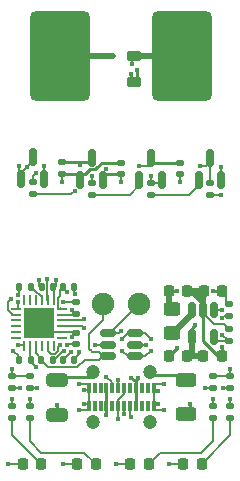
<source format=gbr>
%TF.GenerationSoftware,KiCad,Pcbnew,(6.0.9)*%
%TF.CreationDate,2022-12-23T14:19:27+01:00*%
%TF.ProjectId,Gigaset-Debug-Adapter,47696761-7365-4742-9d44-656275672d41,rev?*%
%TF.SameCoordinates,Original*%
%TF.FileFunction,Copper,L1,Top*%
%TF.FilePolarity,Positive*%
%FSLAX46Y46*%
G04 Gerber Fmt 4.6, Leading zero omitted, Abs format (unit mm)*
G04 Created by KiCad (PCBNEW (6.0.9)) date 2022-12-23 14:19:27*
%MOMM*%
%LPD*%
G01*
G04 APERTURE LIST*
G04 Aperture macros list*
%AMRoundRect*
0 Rectangle with rounded corners*
0 $1 Rounding radius*
0 $2 $3 $4 $5 $6 $7 $8 $9 X,Y pos of 4 corners*
0 Add a 4 corners polygon primitive as box body*
4,1,4,$2,$3,$4,$5,$6,$7,$8,$9,$2,$3,0*
0 Add four circle primitives for the rounded corners*
1,1,$1+$1,$2,$3*
1,1,$1+$1,$4,$5*
1,1,$1+$1,$6,$7*
1,1,$1+$1,$8,$9*
0 Add four rect primitives between the rounded corners*
20,1,$1+$1,$2,$3,$4,$5,0*
20,1,$1+$1,$4,$5,$6,$7,0*
20,1,$1+$1,$6,$7,$8,$9,0*
20,1,$1+$1,$8,$9,$2,$3,0*%
G04 Aperture macros list end*
%TA.AperFunction,SMDPad,CuDef*%
%ADD10RoundRect,0.508000X-2.032000X3.302000X-2.032000X-3.302000X2.032000X-3.302000X2.032000X3.302000X0*%
%TD*%
%TA.AperFunction,SMDPad,CuDef*%
%ADD11RoundRect,0.062500X0.350000X0.062500X-0.350000X0.062500X-0.350000X-0.062500X0.350000X-0.062500X0*%
%TD*%
%TA.AperFunction,SMDPad,CuDef*%
%ADD12RoundRect,0.062500X0.062500X0.350000X-0.062500X0.350000X-0.062500X-0.350000X0.062500X-0.350000X0*%
%TD*%
%TA.AperFunction,SMDPad,CuDef*%
%ADD13R,2.600000X2.600000*%
%TD*%
%TA.AperFunction,SMDPad,CuDef*%
%ADD14RoundRect,0.150000X-0.150000X0.512500X-0.150000X-0.512500X0.150000X-0.512500X0.150000X0.512500X0*%
%TD*%
%TA.AperFunction,SMDPad,CuDef*%
%ADD15RoundRect,0.225000X-0.225000X-0.250000X0.225000X-0.250000X0.225000X0.250000X-0.225000X0.250000X0*%
%TD*%
%TA.AperFunction,SMDPad,CuDef*%
%ADD16RoundRect,0.135000X0.185000X-0.135000X0.185000X0.135000X-0.185000X0.135000X-0.185000X-0.135000X0*%
%TD*%
%TA.AperFunction,SMDPad,CuDef*%
%ADD17RoundRect,0.140000X-0.170000X0.140000X-0.170000X-0.140000X0.170000X-0.140000X0.170000X0.140000X0*%
%TD*%
%TA.AperFunction,SMDPad,CuDef*%
%ADD18RoundRect,0.135000X-0.185000X0.135000X-0.185000X-0.135000X0.185000X-0.135000X0.185000X0.135000X0*%
%TD*%
%TA.AperFunction,SMDPad,CuDef*%
%ADD19RoundRect,0.218750X-0.381250X0.218750X-0.381250X-0.218750X0.381250X-0.218750X0.381250X0.218750X0*%
%TD*%
%TA.AperFunction,SMDPad,CuDef*%
%ADD20RoundRect,0.140000X0.170000X-0.140000X0.170000X0.140000X-0.170000X0.140000X-0.170000X-0.140000X0*%
%TD*%
%TA.AperFunction,SMDPad,CuDef*%
%ADD21RoundRect,0.140000X-0.140000X-0.170000X0.140000X-0.170000X0.140000X0.170000X-0.140000X0.170000X0*%
%TD*%
%TA.AperFunction,SMDPad,CuDef*%
%ADD22RoundRect,0.225000X0.225000X0.250000X-0.225000X0.250000X-0.225000X-0.250000X0.225000X-0.250000X0*%
%TD*%
%TA.AperFunction,ComponentPad*%
%ADD23C,1.900000*%
%TD*%
%TA.AperFunction,SMDPad,CuDef*%
%ADD24RoundRect,0.218750X-0.218750X-0.256250X0.218750X-0.256250X0.218750X0.256250X-0.218750X0.256250X0*%
%TD*%
%TA.AperFunction,SMDPad,CuDef*%
%ADD25RoundRect,0.150000X0.150000X-0.587500X0.150000X0.587500X-0.150000X0.587500X-0.150000X-0.587500X0*%
%TD*%
%TA.AperFunction,SMDPad,CuDef*%
%ADD26RoundRect,0.135000X-0.135000X-0.185000X0.135000X-0.185000X0.135000X0.185000X-0.135000X0.185000X0*%
%TD*%
%TA.AperFunction,SMDPad,CuDef*%
%ADD27RoundRect,0.150000X-0.512500X-0.150000X0.512500X-0.150000X0.512500X0.150000X-0.512500X0.150000X0*%
%TD*%
%TA.AperFunction,SMDPad,CuDef*%
%ADD28RoundRect,0.140000X0.140000X0.170000X-0.140000X0.170000X-0.140000X-0.170000X0.140000X-0.170000X0*%
%TD*%
%TA.AperFunction,SMDPad,CuDef*%
%ADD29RoundRect,0.250000X0.625000X-0.312500X0.625000X0.312500X-0.625000X0.312500X-0.625000X-0.312500X0*%
%TD*%
%TA.AperFunction,SMDPad,CuDef*%
%ADD30RoundRect,0.135000X0.135000X0.185000X-0.135000X0.185000X-0.135000X-0.185000X0.135000X-0.185000X0*%
%TD*%
%TA.AperFunction,SMDPad,CuDef*%
%ADD31R,0.300000X0.900000*%
%TD*%
%TA.AperFunction,ComponentPad*%
%ADD32C,1.200000*%
%TD*%
%TA.AperFunction,SMDPad,CuDef*%
%ADD33RoundRect,0.250000X0.450000X-0.325000X0.450000X0.325000X-0.450000X0.325000X-0.450000X-0.325000X0*%
%TD*%
%TA.AperFunction,SMDPad,CuDef*%
%ADD34RoundRect,0.250000X0.650000X-0.325000X0.650000X0.325000X-0.650000X0.325000X-0.650000X-0.325000X0*%
%TD*%
%TA.AperFunction,ViaPad*%
%ADD35C,0.450000*%
%TD*%
%TA.AperFunction,Conductor*%
%ADD36C,0.127000*%
%TD*%
%TA.AperFunction,Conductor*%
%ADD37C,0.500000*%
%TD*%
%TA.AperFunction,Conductor*%
%ADD38C,0.254000*%
%TD*%
G04 APERTURE END LIST*
D10*
%TO.P,TP3,1,1*%
%TO.N,+3V0*%
X86220000Y-46600000D03*
%TD*%
D11*
%TO.P,U1,1,~{RI}/CLK*%
%TO.N,unconnected-(U1-Pad1)*%
X76037500Y-70450000D03*
%TO.P,U1,2,GND*%
%TO.N,GND*%
X76037500Y-69950000D03*
%TO.P,U1,3,D+*%
%TO.N,/D+*%
X76037500Y-69450000D03*
%TO.P,U1,4,D-*%
%TO.N,/D-*%
X76037500Y-68950000D03*
%TO.P,U1,5,VIO*%
%TO.N,+1V8*%
X76037500Y-68450000D03*
%TO.P,U1,6,VDD*%
%TO.N,+3V3*%
X76037500Y-67950000D03*
D12*
%TO.P,U1,7,VREGIN*%
%TO.N,VBUS*%
X75350000Y-67262500D03*
%TO.P,U1,8,VBUS*%
%TO.N,Net-(R2-Pad1)*%
X74850000Y-67262500D03*
%TO.P,U1,9,~{RST}*%
%TO.N,Net-(R6-Pad1)*%
X74350000Y-67262500D03*
%TO.P,U1,10,NC*%
%TO.N,unconnected-(U1-Pad10)*%
X73850000Y-67262500D03*
%TO.P,U1,11,~{WAKEUP}/GPIO.3*%
%TO.N,unconnected-(U1-Pad11)*%
X73350000Y-67262500D03*
%TO.P,U1,12,RS485/GPIO.2*%
%TO.N,unconnected-(U1-Pad12)*%
X72850000Y-67262500D03*
D11*
%TO.P,U1,13,~{RXT}/GPIO.1*%
%TO.N,Net-(D3-Pad1)*%
X72162500Y-67950000D03*
%TO.P,U1,14,~{TXT}/GPIO.0*%
%TO.N,Net-(D2-Pad1)*%
X72162500Y-68450000D03*
%TO.P,U1,15,~{SUSPEND}*%
%TO.N,unconnected-(U1-Pad15)*%
X72162500Y-68950000D03*
%TO.P,U1,16,NC*%
%TO.N,unconnected-(U1-Pad16)*%
X72162500Y-69450000D03*
%TO.P,U1,17,SUSPEND*%
%TO.N,unconnected-(U1-Pad17)*%
X72162500Y-69950000D03*
%TO.P,U1,18,~{CTS}*%
%TO.N,unconnected-(U1-Pad18)*%
X72162500Y-70450000D03*
D12*
%TO.P,U1,19,~{RTS}*%
%TO.N,Net-(Q1-Pad2)*%
X72850000Y-71137500D03*
%TO.P,U1,20,RXD*%
%TO.N,/DECT_TX*%
X73350000Y-71137500D03*
%TO.P,U1,21,TXD*%
%TO.N,/DECT_RX*%
X73850000Y-71137500D03*
%TO.P,U1,22,~{DSR}*%
%TO.N,unconnected-(U1-Pad22)*%
X74350000Y-71137500D03*
%TO.P,U1,23,~{DTR}*%
%TO.N,Net-(Q2-Pad2)*%
X74850000Y-71137500D03*
%TO.P,U1,24,~{DCD}*%
%TO.N,unconnected-(U1-Pad24)*%
X75350000Y-71137500D03*
D13*
%TO.P,U1,25,GND*%
%TO.N,GND*%
X74100000Y-69200000D03*
%TD*%
D14*
%TO.P,U3,1,EN*%
%TO.N,/3V_EN*%
X88930000Y-68072500D03*
%TO.P,U3,2,GND*%
%TO.N,GND*%
X87980000Y-68072500D03*
%TO.P,U3,3,LX*%
%TO.N,Net-(L1-Pad1)*%
X87030000Y-68072500D03*
%TO.P,U3,4,IN*%
%TO.N,VBUS*%
X87030000Y-70347500D03*
%TO.P,U3,5,FB*%
%TO.N,Net-(R17-Pad2)*%
X88930000Y-70347500D03*
%TD*%
D15*
%TO.P,C7,1*%
%TO.N,GND*%
X85065000Y-71990000D03*
%TO.P,C7,2*%
%TO.N,VBUS*%
X86615000Y-71990000D03*
%TD*%
D16*
%TO.P,R4,1*%
%TO.N,Net-(J1-PadB5)*%
X88800000Y-74710000D03*
%TO.P,R4,2*%
%TO.N,GND*%
X88800000Y-73690000D03*
%TD*%
D17*
%TO.P,C2,1*%
%TO.N,GND*%
X77200000Y-70020000D03*
%TO.P,C2,2*%
%TO.N,VBUS*%
X77200000Y-70980000D03*
%TD*%
D18*
%TO.P,R2,1*%
%TO.N,Net-(R2-Pad1)*%
X73300000Y-73690000D03*
%TO.P,R2,2*%
%TO.N,VBUS*%
X73300000Y-74710000D03*
%TD*%
D19*
%TO.P,FB1,1*%
%TO.N,+3V0*%
X82140000Y-46597500D03*
%TO.P,FB1,2*%
%TO.N,Net-(C10-Pad2)*%
X82140000Y-48722500D03*
%TD*%
D20*
%TO.P,C9,1*%
%TO.N,GND*%
X86050000Y-56580000D03*
%TO.P,C9,2*%
%TO.N,/3V_EN*%
X86050000Y-55620000D03*
%TD*%
D21*
%TO.P,C6,1*%
%TO.N,+3V3*%
X76120000Y-66100000D03*
%TO.P,C6,2*%
%TO.N,GND*%
X77080000Y-66100000D03*
%TD*%
D22*
%TO.P,C8,1*%
%TO.N,GND*%
X89565000Y-72000000D03*
%TO.P,C8,2*%
%TO.N,VBUS*%
X88015000Y-72000000D03*
%TD*%
D23*
%TO.P,TP2,1,1*%
%TO.N,/DECT_TX*%
X82542000Y-67599508D03*
%TD*%
D24*
%TO.P,D1,1,K*%
%TO.N,GND*%
X72712500Y-81100000D03*
%TO.P,D1,2,A*%
%TO.N,Net-(D1-Pad2)*%
X74287500Y-81100000D03*
%TD*%
D16*
%TO.P,R3,1*%
%TO.N,GND*%
X71800000Y-74710000D03*
%TO.P,R3,2*%
%TO.N,Net-(R2-Pad1)*%
X71800000Y-73690000D03*
%TD*%
D17*
%TO.P,C4,1*%
%TO.N,GND*%
X77200000Y-67420000D03*
%TO.P,C4,2*%
%TO.N,+1V8*%
X77200000Y-68380000D03*
%TD*%
D25*
%TO.P,Q3,1,G*%
%TO.N,Net-(Q2-Pad3)*%
X72600000Y-57000000D03*
%TO.P,Q3,2,S*%
%TO.N,+1V8*%
X74500000Y-57000000D03*
%TO.P,Q3,3,D*%
%TO.N,Net-(Q2-Pad3)*%
X73550000Y-55125000D03*
%TD*%
D16*
%TO.P,R12,1*%
%TO.N,Net-(D3-Pad2)*%
X73300000Y-77210000D03*
%TO.P,R12,2*%
%TO.N,+3V3*%
X73300000Y-76190000D03*
%TD*%
D25*
%TO.P,U4,1,GND*%
%TO.N,GND*%
X77600000Y-57037500D03*
%TO.P,U4,2,VO*%
%TO.N,+1V8*%
X79500000Y-57037500D03*
%TO.P,U4,3,VI*%
%TO.N,VBUS*%
X78550000Y-55162500D03*
%TD*%
D26*
%TO.P,R8,1*%
%TO.N,/DECT_RX*%
X74290000Y-72300000D03*
%TO.P,R8,2*%
%TO.N,+1V8*%
X75310000Y-72300000D03*
%TD*%
D16*
%TO.P,R7,1*%
%TO.N,Net-(D1-Pad2)*%
X71800000Y-77210000D03*
%TO.P,R7,2*%
%TO.N,VBUS*%
X71800000Y-76190000D03*
%TD*%
D17*
%TO.P,C13,1*%
%TO.N,GND*%
X81050000Y-55620000D03*
%TO.P,C13,2*%
%TO.N,+1V8*%
X81050000Y-56580000D03*
%TD*%
D24*
%TO.P,D3,1,K*%
%TO.N,Net-(D3-Pad1)*%
X77312500Y-81100000D03*
%TO.P,D3,2,A*%
%TO.N,Net-(D3-Pad2)*%
X78887500Y-81100000D03*
%TD*%
%TO.P,D2,1,K*%
%TO.N,Net-(D2-Pad1)*%
X81812500Y-81100000D03*
%TO.P,D2,2,A*%
%TO.N,Net-(D2-Pad2)*%
X83387500Y-81100000D03*
%TD*%
D27*
%TO.P,U2,1,IO1*%
%TO.N,/DECT_TX*%
X79904500Y-70050000D03*
%TO.P,U2,2,VN*%
%TO.N,GND*%
X79904500Y-71000000D03*
%TO.P,U2,3,IO2*%
%TO.N,/DECT_RX*%
X79904500Y-71950000D03*
%TO.P,U2,4,IO3*%
%TO.N,/D+*%
X82179500Y-71950000D03*
%TO.P,U2,5,VP*%
%TO.N,VBUS*%
X82179500Y-71000000D03*
%TO.P,U2,6,IO4*%
%TO.N,/D-*%
X82179500Y-70050000D03*
%TD*%
D28*
%TO.P,C5,1*%
%TO.N,GND*%
X77080000Y-72300000D03*
%TO.P,C5,2*%
%TO.N,+3V3*%
X76120000Y-72300000D03*
%TD*%
D29*
%TO.P,R1,1*%
%TO.N,GND*%
X86500000Y-76892160D03*
%TO.P,R1,2*%
%TO.N,Net-(C1-Pad2)*%
X86500000Y-73967160D03*
%TD*%
D22*
%TO.P,C10,1*%
%TO.N,GND*%
X86625000Y-66430000D03*
%TO.P,C10,2*%
%TO.N,Net-(C10-Pad2)*%
X85075000Y-66430000D03*
%TD*%
D30*
%TO.P,R14,1*%
%TO.N,/DECT_TX*%
X73410000Y-72300000D03*
%TO.P,R14,2*%
%TO.N,Net-(Q2-Pad3)*%
X72390000Y-72300000D03*
%TD*%
D23*
%TO.P,TP1,1,1*%
%TO.N,/DECT_RX*%
X79494000Y-67599508D03*
%TD*%
D18*
%TO.P,R10,1*%
%TO.N,Net-(Q1-Pad2)*%
X83550000Y-57290000D03*
%TO.P,R10,2*%
%TO.N,Net-(Q2-Pad1)*%
X83550000Y-58310000D03*
%TD*%
D31*
%TO.P,J1,A1,GND*%
%TO.N,GND*%
X78300000Y-74689660D03*
%TO.P,J1,A2,TX1+*%
%TO.N,unconnected-(J1-PadA2)*%
X78800000Y-74689660D03*
%TO.P,J1,A3,TX1-*%
%TO.N,unconnected-(J1-PadA3)*%
X79300000Y-74689660D03*
%TO.P,J1,A4,VBUS*%
%TO.N,VBUS*%
X79800000Y-74689660D03*
%TO.P,J1,A5,CC1*%
%TO.N,Net-(J1-PadA5)*%
X80300000Y-74689660D03*
%TO.P,J1,A6,D+*%
%TO.N,/D+*%
X80800000Y-74689660D03*
%TO.P,J1,A7,D-*%
%TO.N,/D-*%
X81300000Y-74689660D03*
%TO.P,J1,A8,SBU1*%
%TO.N,unconnected-(J1-PadA8)*%
X81800000Y-74689660D03*
%TO.P,J1,A9,VBUS*%
%TO.N,VBUS*%
X82300000Y-74689660D03*
%TO.P,J1,A10,RX2-*%
%TO.N,unconnected-(J1-PadA10)*%
X82800000Y-74689660D03*
%TO.P,J1,A11,RX2+*%
%TO.N,unconnected-(J1-PadA11)*%
X83300000Y-74689660D03*
%TO.P,J1,A12,GND*%
%TO.N,GND*%
X83800000Y-74689660D03*
%TO.P,J1,B1,GND*%
X83800000Y-76189660D03*
%TO.P,J1,B2,TX2+*%
%TO.N,unconnected-(J1-PadB2)*%
X83300000Y-76189660D03*
%TO.P,J1,B3,TX2-*%
%TO.N,unconnected-(J1-PadB3)*%
X82800000Y-76189660D03*
%TO.P,J1,B4,VBUS*%
%TO.N,VBUS*%
X82300000Y-76189660D03*
%TO.P,J1,B5,CC2*%
%TO.N,Net-(J1-PadB5)*%
X81800000Y-76189660D03*
%TO.P,J1,B6,D+*%
%TO.N,/D+*%
X81300000Y-76189660D03*
%TO.P,J1,B7,D-*%
%TO.N,/D-*%
X80800000Y-76189660D03*
%TO.P,J1,B8,SBU2*%
%TO.N,unconnected-(J1-PadB8)*%
X80300000Y-76189660D03*
%TO.P,J1,B9,VBUS*%
%TO.N,VBUS*%
X79800000Y-76189660D03*
%TO.P,J1,B10,RX1-*%
%TO.N,unconnected-(J1-PadB10)*%
X79300000Y-76189660D03*
%TO.P,J1,B11,RX1+*%
%TO.N,unconnected-(J1-PadB11)*%
X78800000Y-76189660D03*
%TO.P,J1,B12,GND*%
%TO.N,GND*%
X78300000Y-76189660D03*
D32*
%TO.P,J1,S1,SHIELD*%
%TO.N,Net-(C1-Pad2)*%
X78650000Y-77589660D03*
X83450000Y-77589660D03*
X83450000Y-73289660D03*
X78650000Y-73289660D03*
%TD*%
D30*
%TO.P,R6,1*%
%TO.N,Net-(R6-Pad1)*%
X73410000Y-66100000D03*
%TO.P,R6,2*%
%TO.N,+1V8*%
X72390000Y-66100000D03*
%TD*%
D18*
%TO.P,R17,1*%
%TO.N,Net-(C10-Pad2)*%
X90150000Y-67580001D03*
%TO.P,R17,2*%
%TO.N,Net-(R17-Pad2)*%
X90150000Y-68600001D03*
%TD*%
D25*
%TO.P,Q2,1,G*%
%TO.N,Net-(Q2-Pad1)*%
X87600000Y-57037500D03*
%TO.P,Q2,2,S*%
%TO.N,Net-(Q2-Pad2)*%
X89500000Y-57037500D03*
%TO.P,Q2,3,D*%
%TO.N,Net-(Q2-Pad3)*%
X88550000Y-55162500D03*
%TD*%
D16*
%TO.P,R15,1*%
%TO.N,Net-(D4-Pad2)*%
X90300000Y-77210000D03*
%TO.P,R15,2*%
%TO.N,+3V0*%
X90300000Y-76190000D03*
%TD*%
D28*
%TO.P,C3,1*%
%TO.N,VBUS*%
X75280000Y-66100000D03*
%TO.P,C3,2*%
%TO.N,GND*%
X74320000Y-66100000D03*
%TD*%
D33*
%TO.P,L1,1*%
%TO.N,Net-(L1-Pad1)*%
X85320000Y-70025000D03*
%TO.P,L1,2*%
%TO.N,Net-(C10-Pad2)*%
X85320000Y-67975000D03*
%TD*%
D18*
%TO.P,R13,1*%
%TO.N,Net-(Q2-Pad3)*%
X88550000Y-57290000D03*
%TO.P,R13,2*%
%TO.N,+1V8*%
X88550000Y-58310000D03*
%TD*%
%TO.P,R5,1*%
%TO.N,GND*%
X90300000Y-73690000D03*
%TO.P,R5,2*%
%TO.N,Net-(J1-PadA5)*%
X90300000Y-74710000D03*
%TD*%
%TO.P,R16,1*%
%TO.N,+3V3*%
X73550000Y-57240000D03*
%TO.P,R16,2*%
%TO.N,/3V_EN*%
X73550000Y-58260000D03*
%TD*%
D20*
%TO.P,C11,1*%
%TO.N,GND*%
X76050000Y-56530000D03*
%TO.P,C11,2*%
%TO.N,VBUS*%
X76050000Y-55570000D03*
%TD*%
D18*
%TO.P,R9,1*%
%TO.N,Net-(Q2-Pad2)*%
X78550000Y-57290000D03*
%TO.P,R9,2*%
%TO.N,Net-(Q1-Pad1)*%
X78550000Y-58310000D03*
%TD*%
D10*
%TO.P,TP4,1,1*%
%TO.N,GND*%
X75860000Y-46600000D03*
%TD*%
D34*
%TO.P,C1,1*%
%TO.N,GND*%
X75600000Y-76924660D03*
%TO.P,C1,2*%
%TO.N,Net-(C1-Pad2)*%
X75600000Y-73974660D03*
%TD*%
D16*
%TO.P,R18,1*%
%TO.N,Net-(R17-Pad2)*%
X90150000Y-70658058D03*
%TO.P,R18,2*%
%TO.N,GND*%
X90150000Y-69638058D03*
%TD*%
D25*
%TO.P,Q1,1,B*%
%TO.N,Net-(Q1-Pad1)*%
X82600000Y-57037500D03*
%TO.P,Q1,2,E*%
%TO.N,Net-(Q1-Pad2)*%
X84500000Y-57037500D03*
%TO.P,Q1,3,C*%
%TO.N,/3V_EN*%
X83550000Y-55162500D03*
%TD*%
D24*
%TO.P,D4,1,K*%
%TO.N,GND*%
X86312500Y-81100000D03*
%TO.P,D4,2,A*%
%TO.N,Net-(D4-Pad2)*%
X87887500Y-81100000D03*
%TD*%
D16*
%TO.P,R11,1*%
%TO.N,Net-(D2-Pad2)*%
X88800000Y-77210000D03*
%TO.P,R11,2*%
%TO.N,+3V3*%
X88800000Y-76190000D03*
%TD*%
D15*
%TO.P,C12,1*%
%TO.N,GND*%
X88045000Y-66430000D03*
%TO.P,C12,2*%
%TO.N,Net-(C10-Pad2)*%
X89595000Y-66430000D03*
%TD*%
D35*
%TO.N,GND*%
X86050000Y-57250000D03*
X79790000Y-46600000D03*
X77450000Y-76550000D03*
X87980000Y-67170000D03*
X71500000Y-81100000D03*
X89570000Y-71200001D03*
X78842000Y-71000000D03*
X76150000Y-67400000D03*
X84200000Y-76040000D03*
X87310000Y-66430000D03*
X90300000Y-73100000D03*
X72450000Y-74700000D03*
X74100000Y-69150000D03*
X84200000Y-74890000D03*
X75600000Y-76100000D03*
X76850000Y-70350000D03*
X77450000Y-71650000D03*
X77900000Y-76000000D03*
X80320000Y-46600000D03*
X86900000Y-76000000D03*
X85750000Y-71300000D03*
X77900000Y-74850000D03*
X85100000Y-81100000D03*
X76050000Y-57200000D03*
X84650000Y-74340000D03*
X74100000Y-65550000D03*
X84650000Y-76540000D03*
X77100000Y-66700000D03*
X77450000Y-74350000D03*
%TO.N,VBUS*%
X83142000Y-71000000D03*
X75500000Y-65550000D03*
X82500000Y-73800000D03*
X87030000Y-71270000D03*
X71800000Y-75600000D03*
X79800000Y-76950000D03*
X76500000Y-71000000D03*
X87310000Y-71990000D03*
X77550000Y-55800000D03*
X87300000Y-69300000D03*
X73950000Y-74700000D03*
X81900000Y-73800000D03*
%TO.N,Net-(J1-PadA5)*%
X89650000Y-74700000D03*
X79800000Y-73700000D03*
%TO.N,/3V_EN*%
X82600000Y-55850000D03*
X89550000Y-68100000D03*
X77100000Y-58000000D03*
%TO.N,Net-(J1-PadB5)*%
X88150000Y-74700000D03*
X81900000Y-77150000D03*
%TO.N,Net-(C10-Pad2)*%
X88860000Y-66440000D03*
X85810000Y-66420000D03*
X82370000Y-47740000D03*
X81910000Y-48050000D03*
%TO.N,+3V0*%
X81980000Y-47280000D03*
X90300000Y-75600000D03*
%TO.N,+3V3*%
X88800000Y-75600000D03*
X73300000Y-75600000D03*
X76500000Y-66550000D03*
X76800000Y-71600000D03*
X73800000Y-56500000D03*
%TO.N,+1V8*%
X79800000Y-56150000D03*
X76850000Y-68050000D03*
X74500000Y-55900000D03*
X89500000Y-58300000D03*
X72300000Y-66800000D03*
X81050000Y-57250000D03*
X76200000Y-71550000D03*
%TO.N,Net-(D2-Pad1)*%
X80600000Y-81100000D03*
X71750000Y-67100000D03*
%TO.N,Net-(D3-Pad1)*%
X76100000Y-81100000D03*
X72300000Y-67400000D03*
%TO.N,Net-(Q1-Pad2)*%
X83550000Y-56700000D03*
X72300000Y-71000000D03*
%TO.N,Net-(Q2-Pad2)*%
X78550000Y-56700000D03*
X89500000Y-55950000D03*
X75900000Y-71000000D03*
%TO.N,Net-(R2-Pad1)*%
X74800000Y-65450000D03*
X71800000Y-73100000D03*
%TO.N,/D+*%
X81300000Y-76879660D03*
X80800000Y-73989660D03*
X83542000Y-71500000D03*
X81142000Y-71500000D03*
X77900000Y-69600000D03*
%TO.N,/D-*%
X77900000Y-68800000D03*
X83542000Y-70500000D03*
X80800000Y-77300000D03*
X81142000Y-70500000D03*
%TO.N,Net-(Q2-Pad3)*%
X72400000Y-55850000D03*
X87750000Y-55900000D03*
X71900000Y-71500000D03*
X73100000Y-55950000D03*
%TO.N,/DECT_TX*%
X73850000Y-72900000D03*
X81050000Y-69850000D03*
%TO.N,Net-(R17-Pad2)*%
X89600000Y-70160000D03*
X89600000Y-68780000D03*
%TD*%
D36*
%TO.N,Net-(Q2-Pad3)*%
X72600000Y-57000000D02*
X72600000Y-56450000D01*
X72600000Y-56450000D02*
X73100000Y-55950000D01*
X73550000Y-55125000D02*
X73550000Y-55500000D01*
X73550000Y-55500000D02*
X73100000Y-55950000D01*
%TO.N,GND*%
X77080000Y-66680000D02*
X77100000Y-66700000D01*
X74550000Y-69950000D02*
X74500000Y-69900000D01*
X77200000Y-67420000D02*
X76170000Y-67420000D01*
X74150000Y-66050000D02*
X74100000Y-66000000D01*
X86050000Y-56580000D02*
X86050000Y-57250000D01*
X86312500Y-81100000D02*
X85100000Y-81100000D01*
D37*
X87980000Y-68072500D02*
X87980000Y-67170000D01*
D36*
X78200000Y-76550000D02*
X77450000Y-76550000D01*
X72712500Y-81100000D02*
X71500000Y-81100000D01*
X78300000Y-74689660D02*
X78300000Y-74500000D01*
X72440000Y-74710000D02*
X72450000Y-74700000D01*
X78300000Y-76450000D02*
X78200000Y-76550000D01*
D38*
X89250000Y-72000000D02*
X89600000Y-72000000D01*
D36*
X90300000Y-73690000D02*
X90300000Y-73100000D01*
D38*
X86500000Y-76892160D02*
X86607840Y-76892160D01*
D36*
X83800000Y-76200340D02*
X83800000Y-74690001D01*
X88800000Y-73690000D02*
X90290000Y-73690000D01*
D38*
X78000000Y-56550000D02*
X77450000Y-56550000D01*
D36*
X74320000Y-66100000D02*
X74200000Y-66100000D01*
D38*
X76050000Y-56530000D02*
X77580000Y-56530000D01*
X87980000Y-70730000D02*
X89250000Y-72000000D01*
D37*
X86625000Y-66430000D02*
X87240000Y-66430000D01*
D36*
X89741943Y-69230000D02*
X88880000Y-69230000D01*
X79904500Y-71000000D02*
X78842000Y-71000000D01*
X78300000Y-76189660D02*
X78300000Y-76450000D01*
D37*
X87310000Y-66430000D02*
X86620000Y-66430000D01*
D36*
X77150000Y-69950000D02*
X77200000Y-70000000D01*
D37*
X79790000Y-46600000D02*
X80320000Y-46600000D01*
D36*
X77200000Y-70020000D02*
X77180000Y-70020000D01*
X71800000Y-74710000D02*
X72440000Y-74710000D01*
X78300000Y-74750000D02*
X78200000Y-74850000D01*
X83800000Y-74440000D02*
X83900000Y-74340000D01*
D38*
X89565000Y-72000001D02*
X89565000Y-71205000D01*
X81050000Y-55620000D02*
X79401342Y-55620000D01*
D36*
X83950000Y-76540000D02*
X84650000Y-76540000D01*
D38*
X79401342Y-55620000D02*
X79035671Y-55985671D01*
D37*
X75860000Y-46600000D02*
X79790000Y-46600000D01*
D36*
X76170000Y-67420000D02*
X76150000Y-67400000D01*
X78300000Y-76189660D02*
X78300000Y-76000000D01*
X83800000Y-74700340D02*
X83800000Y-74890000D01*
D37*
X87240000Y-66430000D02*
X87980000Y-67170000D01*
D36*
X83800000Y-76390000D02*
X83950000Y-76540000D01*
D38*
X89565000Y-71205000D02*
X89570000Y-71200001D01*
D36*
X78300000Y-74689660D02*
X78300000Y-74750000D01*
D38*
X86607840Y-76892160D02*
X86900000Y-76600000D01*
X85065000Y-71985000D02*
X85750000Y-71300000D01*
D36*
X77080000Y-66100000D02*
X77080000Y-66680000D01*
X87950000Y-68300000D02*
X87950000Y-68120000D01*
D37*
X86625000Y-66430000D02*
X86980000Y-66430000D01*
D38*
X85065000Y-71990000D02*
X85065000Y-71985000D01*
D36*
X74100000Y-66000000D02*
X74100000Y-65550000D01*
D37*
X88045000Y-66430000D02*
X87310000Y-66430000D01*
D36*
X77450000Y-71650000D02*
X77450000Y-71800000D01*
D38*
X77600000Y-57037500D02*
X77600000Y-56950000D01*
D36*
X90290000Y-73690000D02*
X90300000Y-73700000D01*
X83800000Y-74700340D02*
X83800000Y-74440000D01*
D38*
X77580000Y-56530000D02*
X77600000Y-56550000D01*
D36*
X78200000Y-74850000D02*
X77900000Y-74850000D01*
X77180000Y-70020000D02*
X76850000Y-70350000D01*
X78150000Y-74350000D02*
X77450000Y-74350000D01*
X83800000Y-76200340D02*
X83800000Y-76390000D01*
D38*
X75600000Y-76924660D02*
X75600000Y-76100000D01*
D36*
X76037500Y-69950000D02*
X74550000Y-69950000D01*
X76037500Y-69950000D02*
X77150000Y-69950000D01*
X74200000Y-66100000D02*
X74150000Y-66050000D01*
X83800000Y-76200340D02*
X83800000Y-76139999D01*
D38*
X78867342Y-56154000D02*
X78396000Y-56154000D01*
X87980000Y-68072500D02*
X87980000Y-70730000D01*
D36*
X88880000Y-69230000D02*
X87950000Y-68300000D01*
X90150000Y-69638057D02*
X89741943Y-69230000D01*
D38*
X79035671Y-55985671D02*
X78867342Y-56154000D01*
D36*
X84200000Y-74890000D02*
X83800000Y-74890000D01*
D38*
X78396000Y-56154000D02*
X78000000Y-56550000D01*
D36*
X83900000Y-74340000D02*
X84650000Y-74340000D01*
D37*
X87980000Y-67170000D02*
X87980000Y-66400000D01*
D36*
X77450000Y-71800000D02*
X77050000Y-72200000D01*
X83800000Y-76139999D02*
X83900000Y-76040000D01*
X76050000Y-56530000D02*
X76050000Y-57200000D01*
D38*
X86900000Y-76600000D02*
X86900000Y-76000000D01*
D36*
X78300000Y-74689660D02*
X78300000Y-76200000D01*
D37*
X86980000Y-66430000D02*
X87960000Y-67410000D01*
D36*
X83900000Y-76040000D02*
X84200000Y-76040000D01*
X77900000Y-76000000D02*
X78300000Y-76000000D01*
X78300000Y-74500000D02*
X78150000Y-74350000D01*
%TO.N,VBUS*%
X75400000Y-66100000D02*
X75500000Y-66000000D01*
D38*
X82300000Y-76189660D02*
X82300000Y-74700000D01*
X78530000Y-55570000D02*
X78550000Y-55550000D01*
D36*
X75350000Y-67262500D02*
X75350000Y-66150000D01*
D37*
X88009999Y-71990000D02*
X88020000Y-72000001D01*
D38*
X79800000Y-76189660D02*
X79800000Y-74700000D01*
D36*
X73940000Y-74710000D02*
X73950000Y-74700000D01*
D37*
X87030000Y-70347500D02*
X87030000Y-71270000D01*
X87030000Y-71270000D02*
X87030000Y-71980000D01*
D36*
X77520000Y-55570000D02*
X77520000Y-55770000D01*
D38*
X82300000Y-74000000D02*
X82100000Y-74000000D01*
X87030000Y-69570000D02*
X87300000Y-69300000D01*
X82100000Y-74000000D02*
X81900000Y-73800000D01*
D37*
X87030000Y-71980000D02*
X87020000Y-71990000D01*
D36*
X77520000Y-55770000D02*
X77550000Y-55800000D01*
X71800000Y-76190000D02*
X71800000Y-75600000D01*
D38*
X87030000Y-70347500D02*
X87030000Y-69570000D01*
D36*
X75350000Y-66150000D02*
X75300000Y-66100000D01*
D38*
X82300000Y-74689660D02*
X82300000Y-74000000D01*
D36*
X75280000Y-66100000D02*
X75280000Y-65920000D01*
X76520000Y-70980000D02*
X76500000Y-71000000D01*
X77200000Y-70980000D02*
X76520000Y-70980000D01*
D38*
X76050000Y-55570000D02*
X77520000Y-55570000D01*
D36*
X75280000Y-66100000D02*
X75400000Y-66100000D01*
X82179500Y-71000000D02*
X83142000Y-71000000D01*
D38*
X77520000Y-55570000D02*
X78530000Y-55570000D01*
D36*
X73300000Y-74710000D02*
X73940000Y-74710000D01*
X75500000Y-66000000D02*
X75500000Y-65550000D01*
D37*
X87310000Y-71990000D02*
X88009999Y-71990000D01*
D38*
X79800000Y-76189660D02*
X79800000Y-76950000D01*
X82300000Y-74000000D02*
X82500000Y-73800000D01*
D37*
X86615001Y-71990000D02*
X87310000Y-71990000D01*
D36*
%TO.N,Net-(J1-PadA5)*%
X80250000Y-74150000D02*
X80250000Y-74600000D01*
X89660000Y-74710000D02*
X89650000Y-74700000D01*
X90300000Y-74710000D02*
X89660000Y-74710000D01*
X79800000Y-73700000D02*
X80250000Y-74150000D01*
D38*
%TO.N,Net-(C1-Pad2)*%
X78300000Y-73700000D02*
X78700000Y-73300000D01*
X83700000Y-73600000D02*
X83400000Y-73300000D01*
X75925340Y-73974660D02*
X76200000Y-73700000D01*
X86267160Y-73967160D02*
X85900000Y-73600000D01*
X75600000Y-73974660D02*
X75925340Y-73974660D01*
X76200000Y-73700000D02*
X78300000Y-73700000D01*
X86500000Y-73967160D02*
X86267160Y-73967160D01*
X85900000Y-73600000D02*
X83700000Y-73600000D01*
D36*
%TO.N,/3V_EN*%
X83550000Y-55162500D02*
X83550000Y-55600000D01*
X76840000Y-58260000D02*
X77100000Y-58000000D01*
D38*
X86050000Y-55620000D02*
X83570000Y-55620000D01*
D36*
X89522500Y-68072500D02*
X89550000Y-68100000D01*
D38*
X83570000Y-55620000D02*
X83550000Y-55600000D01*
D36*
X88930000Y-68072500D02*
X89522500Y-68072500D01*
X83300000Y-55850000D02*
X82600000Y-55850000D01*
X73550000Y-58260000D02*
X76840000Y-58260000D01*
X83350000Y-55800000D02*
X83300000Y-55850000D01*
X83550000Y-55600000D02*
X83350000Y-55800000D01*
%TO.N,Net-(J1-PadB5)*%
X88800000Y-74710000D02*
X88160000Y-74710000D01*
X81800000Y-76189660D02*
X81800000Y-77050000D01*
X81800000Y-77050000D02*
X81900000Y-77150000D01*
X81800000Y-76189660D02*
X81800000Y-76800000D01*
X88160000Y-74710000D02*
X88150000Y-74700000D01*
%TO.N,Net-(C10-Pad2)*%
X89930000Y-67370000D02*
X90150000Y-67590000D01*
D38*
X81910000Y-48050000D02*
X81910000Y-48640000D01*
D36*
X89595000Y-66430000D02*
X89595000Y-66475000D01*
D38*
X82300000Y-48560000D02*
X82370000Y-48490000D01*
X88870000Y-66430000D02*
X88860000Y-66440000D01*
X82140000Y-48722500D02*
X82140000Y-48720000D01*
X89595000Y-66430000D02*
X88870000Y-66430000D01*
D37*
X85075000Y-66430000D02*
X85075000Y-67975000D01*
X85075000Y-67975000D02*
X85080000Y-67980000D01*
D38*
X82370000Y-48490000D02*
X82370000Y-47740000D01*
X85800000Y-66430000D02*
X85810000Y-66420000D01*
D36*
X89595000Y-66475000D02*
X89930000Y-66809999D01*
D38*
X85075000Y-66430000D02*
X85800000Y-66430000D01*
D36*
X89930000Y-66809999D02*
X89930000Y-67370000D01*
D38*
X82140000Y-48720000D02*
X82300000Y-48560000D01*
%TO.N,+3V0*%
X86217500Y-46597500D02*
X86220000Y-46600000D01*
D37*
X82140000Y-46597500D02*
X87317500Y-46597500D01*
D36*
X81980000Y-47280000D02*
X81980000Y-46600000D01*
X90300000Y-76190000D02*
X90300000Y-75600000D01*
%TO.N,+3V3*%
X73550000Y-57240000D02*
X73550000Y-56750000D01*
X76120000Y-72300000D02*
X76120000Y-72280000D01*
X75900000Y-66850000D02*
X75900000Y-66300000D01*
X76250000Y-66100000D02*
X76300000Y-66150000D01*
X75900000Y-66300000D02*
X76100000Y-66100000D01*
X76037500Y-67950000D02*
X75950000Y-67950000D01*
X75700000Y-67050000D02*
X75900000Y-66850000D01*
X76037500Y-67950000D02*
X75700000Y-67950000D01*
X75950000Y-67950000D02*
X75900000Y-67900000D01*
X76120000Y-66100000D02*
X76120000Y-66170000D01*
X75700000Y-67950000D02*
X75700000Y-67050000D01*
X73550000Y-56750000D02*
X73800000Y-56500000D01*
X88800000Y-76190000D02*
X88800000Y-75600000D01*
X76120000Y-66170000D02*
X76500000Y-66550000D01*
X76120000Y-66100000D02*
X76250000Y-66100000D01*
X76120000Y-72280000D02*
X76800000Y-71600000D01*
X73300000Y-76190000D02*
X73300000Y-75600000D01*
%TO.N,+1V8*%
X72390000Y-66710000D02*
X72300000Y-66800000D01*
D38*
X81050000Y-56580000D02*
X79520000Y-56580000D01*
D36*
X76092602Y-71550000D02*
X76200000Y-71550000D01*
X89490000Y-58310000D02*
X89500000Y-58300000D01*
X74500000Y-57000000D02*
X74500000Y-55900000D01*
X77200000Y-68380000D02*
X77320000Y-68380000D01*
X79500000Y-57037500D02*
X79500000Y-56450000D01*
X77200000Y-68380000D02*
X77180000Y-68380000D01*
X75310000Y-72300000D02*
X75342602Y-72300000D01*
X75621301Y-72021301D02*
X76042602Y-71600000D01*
X88550000Y-58310000D02*
X89490000Y-58310000D01*
D38*
X79520000Y-56580000D02*
X79500000Y-56600000D01*
D36*
X76037500Y-68450000D02*
X77250000Y-68450000D01*
X75621301Y-72021301D02*
X76092602Y-71550000D01*
X77250000Y-68450000D02*
X77300000Y-68500000D01*
X77180000Y-68380000D02*
X76850000Y-68050000D01*
X79500000Y-56450000D02*
X79800000Y-56150000D01*
X72390000Y-66100000D02*
X72390000Y-66710000D01*
X75342602Y-72300000D02*
X75621301Y-72021301D01*
X81050000Y-56580000D02*
X81050000Y-57250000D01*
D37*
%TO.N,Net-(L1-Pad1)*%
X87030000Y-68072500D02*
X87030000Y-68440000D01*
X87030000Y-68440000D02*
X85430000Y-70040000D01*
D36*
%TO.N,Net-(D2-Pad1)*%
X81812500Y-81100000D02*
X80600000Y-81100000D01*
X71500000Y-68000000D02*
X71500000Y-67350000D01*
X71500000Y-67350000D02*
X71750000Y-67100000D01*
X71700000Y-68300000D02*
X71500000Y-68100000D01*
X72162500Y-68450000D02*
X71850000Y-68450000D01*
X71850000Y-68450000D02*
X71700000Y-68300000D01*
X71500000Y-68100000D02*
X71500000Y-68000000D01*
%TO.N,Net-(Q1-Pad1)*%
X82600000Y-57500000D02*
X82600000Y-57000000D01*
X78550000Y-58310000D02*
X81790000Y-58310000D01*
X81790000Y-58310000D02*
X82600000Y-57500000D01*
%TO.N,Net-(D3-Pad1)*%
X77312500Y-81100000D02*
X76100000Y-81100000D01*
X72162500Y-67950000D02*
X72250000Y-67950000D01*
X72250000Y-67950000D02*
X72300000Y-67900000D01*
X72300000Y-67900000D02*
X72300000Y-67400000D01*
%TO.N,Net-(D1-Pad2)*%
X74287500Y-81100000D02*
X71800000Y-78612500D01*
X71800000Y-78612500D02*
X71800000Y-77200000D01*
%TO.N,Net-(Q1-Pad2)*%
X72850000Y-71137500D02*
X72850000Y-71050000D01*
X84490000Y-57290000D02*
X84500000Y-57300000D01*
X72850000Y-71050000D02*
X72800000Y-71000000D01*
X72800000Y-71000000D02*
X72300000Y-71000000D01*
X83550000Y-57290000D02*
X83550000Y-56700000D01*
X83550000Y-57290000D02*
X84490000Y-57290000D01*
%TO.N,Net-(Q2-Pad1)*%
X83550000Y-58310000D02*
X86790000Y-58310000D01*
X86790000Y-58310000D02*
X87600000Y-57500000D01*
X87600000Y-57500000D02*
X87600000Y-57050000D01*
%TO.N,Net-(Q2-Pad2)*%
X75700000Y-71200000D02*
X75900000Y-71000000D01*
X74850000Y-71550000D02*
X75089500Y-71789500D01*
X78550000Y-57290000D02*
X78550000Y-56700000D01*
X75700000Y-71579000D02*
X75700000Y-71200000D01*
X75089500Y-71789500D02*
X75400000Y-71789500D01*
X89500000Y-55950000D02*
X89500000Y-57050000D01*
X75489500Y-71789500D02*
X75539500Y-71739500D01*
X75539500Y-71739500D02*
X75700000Y-71579000D01*
X75400000Y-71789500D02*
X75489500Y-71789500D01*
X74850000Y-71137500D02*
X74850000Y-71550000D01*
%TO.N,Net-(R2-Pad1)*%
X73300000Y-73690000D02*
X71810000Y-73690000D01*
X71800000Y-73690000D02*
X71800000Y-73100000D01*
X74800000Y-66500000D02*
X74800000Y-65450000D01*
X74800000Y-66500000D02*
X74800000Y-67200000D01*
X71810000Y-73690000D02*
X71800000Y-73700000D01*
X74800000Y-66600000D02*
X74800000Y-66500000D01*
%TO.N,Net-(R6-Pad1)*%
X73707796Y-66350000D02*
X73400000Y-66350000D01*
X74350000Y-66992204D02*
X73707796Y-66350000D01*
X74350000Y-67262500D02*
X74350000Y-66992204D01*
%TO.N,Net-(D2-Pad2)*%
X84337500Y-80150000D02*
X87850000Y-80150000D01*
X83387500Y-81100000D02*
X84337500Y-80150000D01*
X87850000Y-80150000D02*
X88800000Y-79200000D01*
X88800000Y-79200000D02*
X88800000Y-77200000D01*
%TO.N,/D+*%
X77750000Y-69450000D02*
X77900000Y-69600000D01*
X82179500Y-71950000D02*
X81592000Y-71950000D01*
X81592000Y-71950000D02*
X81142000Y-71500000D01*
X81300000Y-76189660D02*
X81300000Y-76879660D01*
X76037500Y-69450000D02*
X77750000Y-69450000D01*
X82179500Y-71950000D02*
X83092000Y-71950000D01*
X80800000Y-73989660D02*
X80800000Y-74689660D01*
X83092000Y-71950000D02*
X83542000Y-71500000D01*
%TO.N,/D-*%
X82179500Y-70050000D02*
X81592000Y-70050000D01*
X77750000Y-68950000D02*
X77900000Y-68800000D01*
X81300000Y-75199660D02*
X80800000Y-75699660D01*
X76037500Y-68950000D02*
X77750000Y-68950000D01*
X82179500Y-70050000D02*
X83092000Y-70050000D01*
X80800000Y-75699660D02*
X80800000Y-76209660D01*
X80800000Y-77300000D02*
X80800000Y-76200000D01*
X81592000Y-70050000D02*
X81142000Y-70500000D01*
X81300000Y-74709660D02*
X81300000Y-75199660D01*
X83092000Y-70050000D02*
X83542000Y-70500000D01*
%TO.N,Net-(Q2-Pad3)*%
X88550000Y-55162500D02*
X88550000Y-55550000D01*
X72600000Y-56700000D02*
X72400000Y-56500000D01*
X88550000Y-57290000D02*
X88550000Y-55150000D01*
X72400000Y-56500000D02*
X72400000Y-55850000D01*
X88350000Y-55750000D02*
X88200000Y-55900000D01*
X88200000Y-55900000D02*
X87750000Y-55900000D01*
X72600000Y-57000000D02*
X72600000Y-56700000D01*
X88550000Y-55550000D02*
X88350000Y-55750000D01*
X72390000Y-71990000D02*
X71900000Y-71500000D01*
X72390000Y-72300000D02*
X72390000Y-71990000D01*
%TO.N,/DECT_TX*%
X73850000Y-72900000D02*
X73300000Y-72350000D01*
X73350000Y-71137500D02*
X73350000Y-72150000D01*
X73300000Y-72350000D02*
X73300000Y-72300000D01*
X80100000Y-70050000D02*
X82550000Y-67600000D01*
X73350000Y-72150000D02*
X73300000Y-72200000D01*
X79904500Y-70050000D02*
X80100000Y-70050000D01*
X79904500Y-70050000D02*
X80850000Y-70050000D01*
X80850000Y-70050000D02*
X81050000Y-69850000D01*
%TO.N,/DECT_RX*%
X78350000Y-71350000D02*
X78350000Y-70100000D01*
X78600000Y-71600000D02*
X78575000Y-71575000D01*
X79904500Y-71950000D02*
X79550000Y-71950000D01*
X78350000Y-70100000D02*
X79500000Y-68950000D01*
X79500000Y-68950000D02*
X79500000Y-67550000D01*
X79200000Y-71600000D02*
X78600000Y-71600000D01*
X79200000Y-72300000D02*
X79500000Y-72000000D01*
X74890000Y-72900000D02*
X77350000Y-72900000D01*
X77950000Y-72300000D02*
X79200000Y-72300000D01*
X78575000Y-71575000D02*
X78350000Y-71350000D01*
X77350000Y-72900000D02*
X77950000Y-72300000D01*
X79550000Y-71950000D02*
X79200000Y-71600000D01*
X73850000Y-71137500D02*
X73850000Y-71750000D01*
X79690000Y-71750000D02*
X79770000Y-71830000D01*
X73850000Y-71750000D02*
X74300000Y-72200000D01*
X74290000Y-72300000D02*
X74890000Y-72900000D01*
%TO.N,Net-(D3-Pad2)*%
X78887500Y-81100000D02*
X77937500Y-80150000D01*
X74250000Y-80150000D02*
X73300000Y-79200000D01*
X73300000Y-79200000D02*
X73300000Y-77200000D01*
X77937500Y-80150000D02*
X74250000Y-80150000D01*
%TO.N,Net-(D4-Pad2)*%
X90300000Y-78687500D02*
X90300000Y-77200000D01*
X87887500Y-81100000D02*
X90300000Y-78687500D01*
%TO.N,Net-(R17-Pad2)*%
X90150000Y-68600000D02*
X89779999Y-68600000D01*
X88871943Y-70658057D02*
X88870000Y-70660000D01*
X89779999Y-68600000D02*
X89600000Y-68780000D01*
X90150000Y-70658057D02*
X88871943Y-70658057D01*
X89620000Y-70160000D02*
X90100000Y-70640000D01*
X89600000Y-70160000D02*
X89620000Y-70160000D01*
%TD*%
M02*

</source>
